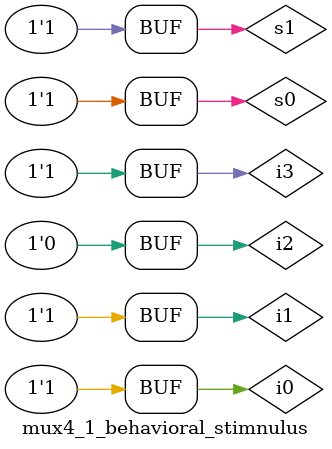
<source format=v>
module mux4_1_behavioral (out, i0,i1,i2,i3,s1,s0);

output out;
input i0,i1,i2,i3;
input s1,s0;

reg out; //in behavorial modelling LHS is always a reg

// all the ports which cause a change in out must go in as sensitivity list

always @ (*)
	begin: mux_design
		case ({s1,s0})
			2'b00 : out = i0;
			2'b01 : out = i1;
			2'b10 : out = i2;
			2'b11 : out = i3;		
		endcase
	end
endmodule 

module mux4_1_behavioral_stimnulus ();

wire out;
reg i0,i1,i2,i3;
reg s1,s0;

mux4_1_behavioral mb1(out, i0,i1,i2,i3,s1,s0);

initial
	begin
		{i0,i1,i2,i3} = 4'b1101;
		#5 {s1,s0} = 2'b00;
		repeat (3) #5 {s1,s0} = {s1,s0} + 1; 
				
	end

initial
	$monitor($time, " : s1,s0--%b-----> out--%b ",{s1,s0},out);
endmodule 
</source>
